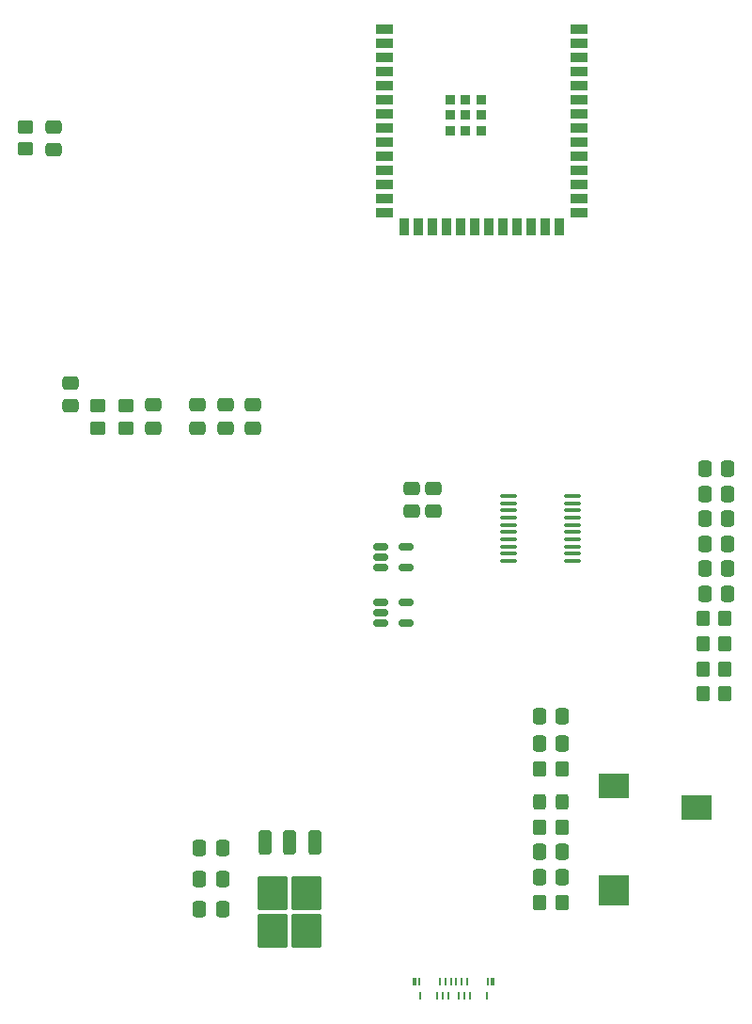
<source format=gbr>
G04 #@! TF.GenerationSoftware,KiCad,Pcbnew,8.0.8*
G04 #@! TF.CreationDate,2025-03-03T21:47:54-06:00*
G04 #@! TF.ProjectId,group13_esp,67726f75-7031-4335-9f65-73702e6b6963,rev?*
G04 #@! TF.SameCoordinates,Original*
G04 #@! TF.FileFunction,Paste,Top*
G04 #@! TF.FilePolarity,Positive*
%FSLAX46Y46*%
G04 Gerber Fmt 4.6, Leading zero omitted, Abs format (unit mm)*
G04 Created by KiCad (PCBNEW 8.0.8) date 2025-03-03 21:47:54*
%MOMM*%
%LPD*%
G01*
G04 APERTURE LIST*
G04 Aperture macros list*
%AMRoundRect*
0 Rectangle with rounded corners*
0 $1 Rounding radius*
0 $2 $3 $4 $5 $6 $7 $8 $9 X,Y pos of 4 corners*
0 Add a 4 corners polygon primitive as box body*
4,1,4,$2,$3,$4,$5,$6,$7,$8,$9,$2,$3,0*
0 Add four circle primitives for the rounded corners*
1,1,$1+$1,$2,$3*
1,1,$1+$1,$4,$5*
1,1,$1+$1,$6,$7*
1,1,$1+$1,$8,$9*
0 Add four rect primitives between the rounded corners*
20,1,$1+$1,$2,$3,$4,$5,0*
20,1,$1+$1,$4,$5,$6,$7,0*
20,1,$1+$1,$6,$7,$8,$9,0*
20,1,$1+$1,$8,$9,$2,$3,0*%
G04 Aperture macros list end*
%ADD10RoundRect,0.250000X0.337500X0.475000X-0.337500X0.475000X-0.337500X-0.475000X0.337500X-0.475000X0*%
%ADD11RoundRect,0.250000X0.475000X-0.337500X0.475000X0.337500X-0.475000X0.337500X-0.475000X-0.337500X0*%
%ADD12RoundRect,0.250000X0.350000X0.450000X-0.350000X0.450000X-0.350000X-0.450000X0.350000X-0.450000X0*%
%ADD13RoundRect,0.075000X-0.075000X-0.300000X0.075000X-0.300000X0.075000X0.300000X-0.075000X0.300000X0*%
%ADD14RoundRect,0.062500X-0.062500X-0.312500X0.062500X-0.312500X0.062500X0.312500X-0.062500X0.312500X0*%
%ADD15RoundRect,0.250000X-0.475000X0.337500X-0.475000X-0.337500X0.475000X-0.337500X0.475000X0.337500X0*%
%ADD16RoundRect,0.250000X-0.450000X0.350000X-0.450000X-0.350000X0.450000X-0.350000X0.450000X0.350000X0*%
%ADD17RoundRect,0.250000X-0.337500X-0.475000X0.337500X-0.475000X0.337500X0.475000X-0.337500X0.475000X0*%
%ADD18RoundRect,0.250000X-0.325000X-0.450000X0.325000X-0.450000X0.325000X0.450000X-0.325000X0.450000X0*%
%ADD19RoundRect,0.250000X-0.350000X-0.450000X0.350000X-0.450000X0.350000X0.450000X-0.350000X0.450000X0*%
%ADD20RoundRect,0.250000X0.450000X-0.350000X0.450000X0.350000X-0.450000X0.350000X-0.450000X-0.350000X0*%
%ADD21R,2.800000X2.200000*%
%ADD22R,2.800000X2.800000*%
%ADD23RoundRect,0.150000X-0.512500X-0.150000X0.512500X-0.150000X0.512500X0.150000X-0.512500X0.150000X0*%
%ADD24R,0.900000X0.900000*%
%ADD25R,1.500000X0.900000*%
%ADD26R,0.900000X1.500000*%
%ADD27RoundRect,0.100000X-0.637500X-0.100000X0.637500X-0.100000X0.637500X0.100000X-0.637500X0.100000X0*%
%ADD28RoundRect,0.250000X-0.350000X0.850000X-0.350000X-0.850000X0.350000X-0.850000X0.350000X0.850000X0*%
%ADD29RoundRect,0.250000X-1.125000X1.275000X-1.125000X-1.275000X1.125000X-1.275000X1.125000X1.275000X0*%
G04 APERTURE END LIST*
D10*
X153750000Y-89250000D03*
X151675000Y-89250000D03*
D11*
X102028000Y-74325000D03*
X102028000Y-72250000D03*
D12*
X153500000Y-98250000D03*
X151500000Y-98250000D03*
X153500000Y-91500000D03*
X151500000Y-91500000D03*
D13*
X125487000Y-124133000D03*
D14*
X125987000Y-124133000D03*
D13*
X132587000Y-124133000D03*
D14*
X127787000Y-124133000D03*
X128287000Y-124133000D03*
X128787000Y-124133000D03*
X129287000Y-124133000D03*
X129787000Y-124133000D03*
X130287000Y-124133000D03*
X132087000Y-124133000D03*
X132037000Y-125383000D03*
X130537000Y-125383000D03*
X130037000Y-125383000D03*
X129537000Y-125383000D03*
X128537000Y-125383000D03*
X128037000Y-125383000D03*
X127537000Y-125383000D03*
X126037000Y-125383000D03*
D15*
X110972000Y-72250000D03*
X110972000Y-74325000D03*
D16*
X99528000Y-72325000D03*
X99528000Y-74325000D03*
D10*
X108249000Y-117638000D03*
X106174000Y-117638000D03*
D17*
X136750000Y-114750000D03*
X138825000Y-114750000D03*
D18*
X136775000Y-108000000D03*
X138825000Y-108000000D03*
D19*
X136787500Y-105000000D03*
X138787500Y-105000000D03*
D15*
X127250000Y-79750000D03*
X127250000Y-81825000D03*
D17*
X151675000Y-78000000D03*
X153750000Y-78000000D03*
D15*
X105972000Y-72250000D03*
X105972000Y-74325000D03*
D10*
X153750000Y-84750000D03*
X151675000Y-84750000D03*
D11*
X94500000Y-72362500D03*
X94500000Y-70287500D03*
D17*
X151675000Y-80250000D03*
X153750000Y-80250000D03*
D20*
X90500000Y-49250000D03*
X90500000Y-47250000D03*
D10*
X138825000Y-112500000D03*
X136750000Y-112500000D03*
D17*
X151675000Y-87000000D03*
X153750000Y-87000000D03*
D21*
X150900000Y-108500000D03*
X143500000Y-106500000D03*
D22*
X143500000Y-115900000D03*
D17*
X136750000Y-100250000D03*
X138825000Y-100250000D03*
D15*
X108500000Y-72250000D03*
X108500000Y-74325000D03*
D17*
X151675000Y-82500000D03*
X153750000Y-82500000D03*
D15*
X125250000Y-79750000D03*
X125250000Y-81825000D03*
D23*
X122475000Y-90000000D03*
X122475000Y-90950000D03*
X122475000Y-91900000D03*
X124750000Y-91900000D03*
X124750000Y-90000000D03*
X122475000Y-85000000D03*
X122475000Y-85950000D03*
X122475000Y-86900000D03*
X124750000Y-86900000D03*
X124750000Y-85000000D03*
D19*
X136825000Y-110250000D03*
X138825000Y-110250000D03*
D24*
X128700000Y-44800000D03*
X128700000Y-46200000D03*
X128700000Y-47600000D03*
X130100000Y-44800000D03*
X130100000Y-46200000D03*
X130100000Y-47600000D03*
X131500000Y-44800000D03*
X131500000Y-46200000D03*
X131500000Y-47600000D03*
D25*
X122850000Y-38480000D03*
X122850000Y-39750000D03*
X122850000Y-41020000D03*
X122850000Y-42290000D03*
X122850000Y-43560000D03*
X122850000Y-44830000D03*
X122850000Y-46100000D03*
X122850000Y-47370000D03*
X122850000Y-48640000D03*
X122850000Y-49910000D03*
X122850000Y-51180000D03*
X122850000Y-52450000D03*
X122850000Y-53720000D03*
X122850000Y-54990000D03*
D26*
X124615000Y-56240000D03*
X125885000Y-56240000D03*
X127155000Y-56240000D03*
X128425000Y-56240000D03*
X129695000Y-56240000D03*
X130965000Y-56240000D03*
X132235000Y-56240000D03*
X133505000Y-56240000D03*
X134775000Y-56240000D03*
X136045000Y-56240000D03*
X137315000Y-56240000D03*
X138585000Y-56240000D03*
D25*
X140350000Y-54990000D03*
X140350000Y-53720000D03*
X140350000Y-52450000D03*
X140350000Y-51180000D03*
X140350000Y-49910000D03*
X140350000Y-48640000D03*
X140350000Y-47370000D03*
X140350000Y-46100000D03*
X140350000Y-44830000D03*
X140350000Y-43560000D03*
X140350000Y-42290000D03*
X140350000Y-41020000D03*
X140350000Y-39750000D03*
X140350000Y-38480000D03*
D27*
X134025000Y-80450000D03*
X134025000Y-81100000D03*
X134025000Y-81750000D03*
X134025000Y-82400000D03*
X134025000Y-83050000D03*
X134025000Y-83700000D03*
X134025000Y-84350000D03*
X134025000Y-85000000D03*
X134025000Y-85650000D03*
X134025000Y-86300000D03*
X139750000Y-86300000D03*
X139750000Y-85650000D03*
X139750000Y-85000000D03*
X139750000Y-84350000D03*
X139750000Y-83700000D03*
X139750000Y-83050000D03*
X139750000Y-82400000D03*
X139750000Y-81750000D03*
X139750000Y-81100000D03*
X139750000Y-80450000D03*
D17*
X106174000Y-114888000D03*
X108249000Y-114888000D03*
X136750000Y-102750000D03*
X138825000Y-102750000D03*
D28*
X116581000Y-111580000D03*
X114301000Y-111580000D03*
D29*
X115826000Y-116205000D03*
X112776000Y-116205000D03*
X115826000Y-119555000D03*
X112776000Y-119555000D03*
D28*
X112021000Y-111580000D03*
D12*
X153500000Y-93750000D03*
X151500000Y-93750000D03*
D16*
X97000000Y-72325000D03*
X97000000Y-74325000D03*
D15*
X93000000Y-47250000D03*
X93000000Y-49325000D03*
D12*
X153500000Y-96000000D03*
X151500000Y-96000000D03*
X138825000Y-117000000D03*
X136825000Y-117000000D03*
D10*
X108249000Y-112138000D03*
X106174000Y-112138000D03*
M02*

</source>
